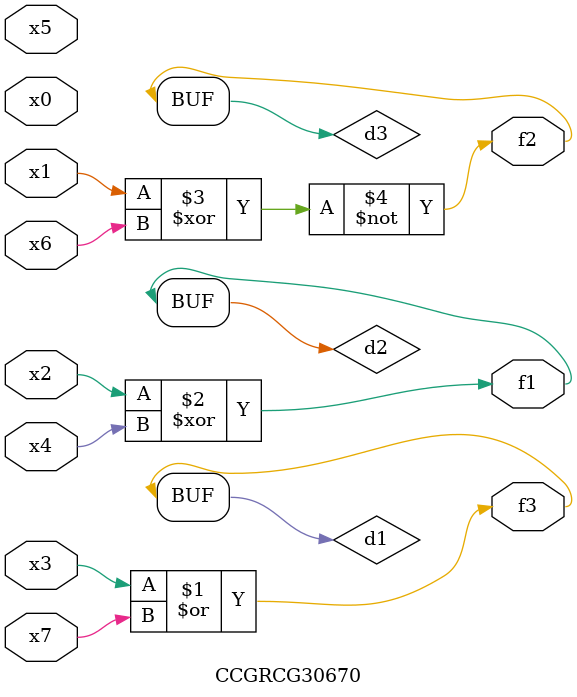
<source format=v>
module CCGRCG30670(
	input x0, x1, x2, x3, x4, x5, x6, x7,
	output f1, f2, f3
);

	wire d1, d2, d3;

	or (d1, x3, x7);
	xor (d2, x2, x4);
	xnor (d3, x1, x6);
	assign f1 = d2;
	assign f2 = d3;
	assign f3 = d1;
endmodule

</source>
